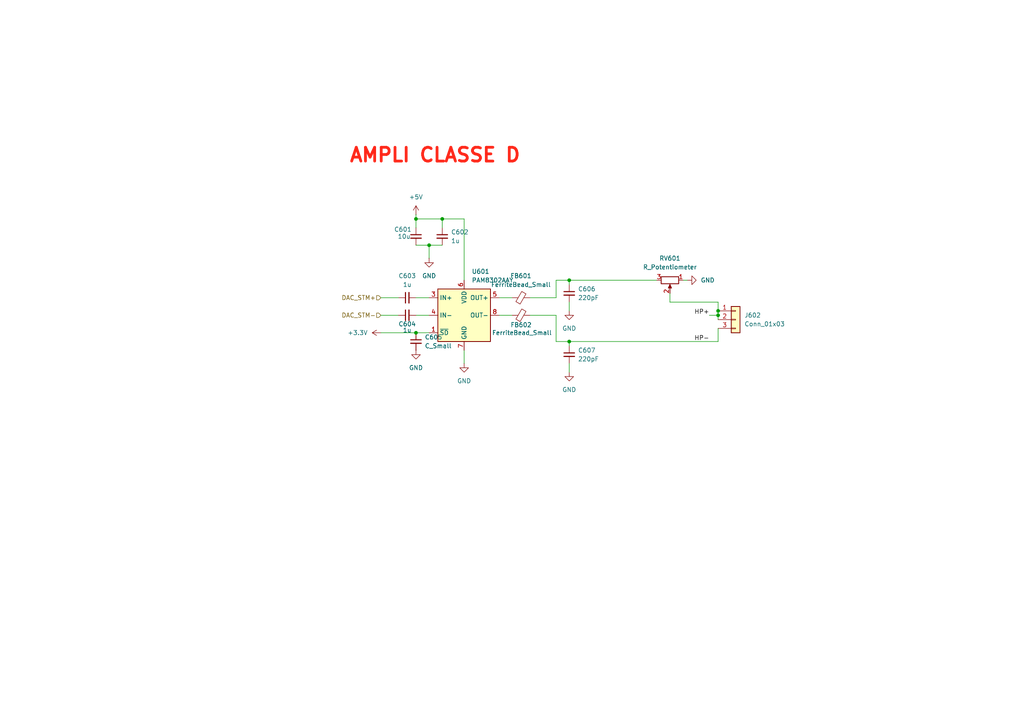
<source format=kicad_sch>
(kicad_sch (version 20231120) (generator "eeschema") (generator_version "8.0")
  (paper "A4")
  (lib_symbols
    (symbol "Amplifier_Audio:PAM8302AAY"
      (property "Reference" "U" (at 7.62 11.43 0))
      (property "Value" "PAM8302AAY" (at 7.62 8.89 0))
      (symbol "PAM8302AAY_0_1"
        (rectangle (start -7.62 7.62) (end 7.62 -7.62) (stroke (width 0.254)) (fill (type background)))
      )
      (symbol "PAM8302AAY_1_1"
        (pin input line (at -10.16 -5.08 0) (length 2.54) (name "~{SD}") (number "1"))
        (pin no_connect line (at 7.62 -5.08 180) (length 2.54) hide (name "NC") (number "2"))
        (pin input line (at -10.16 5.08 0) (length 2.54) (name "IN+") (number "3"))
        (pin input line (at -10.16 0 0) (length 2.54) (name "IN-") (number "4"))
        (pin output line (at 10.16 5.08 180) (length 2.54) (name "OUT+") (number "5"))
        (pin power_in line (at 0 10.16 270) (length 2.54) (name "VDD") (number "6"))
        (pin power_in line (at 0 -10.16 90) (length 2.54) (name "GND") (number "7"))
        (pin output line (at 10.16 0 180) (length 2.54) (name "OUT-") (number "8"))
      )
    )
    (symbol "Connector_Generic:Conn_01x03" (pin_names (offset 1.016) hide)
      (property "Reference" "J" (at 0 5.08 0))
      (property "Value" "Conn_01x03" (at 0 -5.08 0))
      (symbol "Conn_01x03_1_1"
        (rectangle (start -1.27 -2.413) (end 0 -2.667) (stroke (width 0.1524)))
        (rectangle (start -1.27 0.127) (end 0 -0.127) (stroke (width 0.1524)))
        (rectangle (start -1.27 2.667) (end 0 2.413) (stroke (width 0.1524)))
        (rectangle (start -1.27 3.81) (end 1.27 -3.81) (stroke (width 0.254)) (fill (type background)))
        (pin passive line (at -5.08 2.54 0) (length 3.81) (name "Pin_1") (number "1"))
        (pin passive line (at -5.08 0 0) (length 3.81) (name "Pin_2") (number "2"))
        (pin passive line (at -5.08 -2.54 0) (length 3.81) (name "Pin_3") (number "3"))
      )
    )
    (symbol "Device:C_Small" (pin_numbers hide) (pin_names (offset 0.254) hide)
      (property "Reference" "C" (at 0.254 1.778 0))
      (property "Value" "C_Small" (at 0.254 -2.032 0))
      (symbol "C_Small_0_1"
        (polyline (pts (xy -1.524 -0.508) (xy 1.524 -0.508)) (stroke (width 0.3302)))
        (polyline (pts (xy -1.524 0.508) (xy 1.524 0.508)) (stroke (width 0.3048)))
      )
      (symbol "C_Small_1_1"
        (pin passive line (at 0 2.54 270) (length 2.032) (name "~") (number "1"))
        (pin passive line (at 0 -2.54 90) (length 2.032) (name "~") (number "2"))
      )
    )
    (symbol "Device:FerriteBead_Small" (pin_numbers hide) (pin_names (offset 0))
      (property "Reference" "FB" (at 1.905 1.27 0))
      (property "Value" "FerriteBead_Small" (at 1.905 -1.27 0))
      (symbol "FerriteBead_Small_0_1"
        (polyline (pts (xy 0 -1.27) (xy 0 -0.7874)))
        (polyline (pts (xy 0 0.889) (xy 0 1.2954)))
        (polyline (pts (xy -1.8288 0.2794) (xy -1.1176 1.4986) (xy 1.8288 -0.2032) (xy 1.1176 -1.4224) (xy -1.8288 0.2794)))
      )
      (symbol "FerriteBead_Small_1_1"
        (pin passive line (at 0 2.54 270) (length 1.27) (name "~") (number "1"))
        (pin passive line (at 0 -2.54 90) (length 1.27) (name "~") (number "2"))
      )
    )
    (symbol "Device:R_Potentiometer" (pin_names (offset 1.016) hide)
      (property "Reference" "RV" (at -4.445 0 90))
      (property "Value" "R_Potentiometer" (at -2.54 0 90))
      (symbol "R_Potentiometer_0_1"
        (polyline (pts (xy 2.54 0) (xy 1.524 0)))
        (polyline (pts (xy 1.143 0) (xy 2.286 0.508) (xy 2.286 -0.508) (xy 1.143 0)) (fill (type outline)))
        (rectangle (start 1.016 2.54) (end -1.016 -2.54) (stroke (width 0.254)))
      )
      (symbol "R_Potentiometer_1_1"
        (pin passive line (at 0 3.81 270) (length 1.27) (name "1") (number "1"))
        (pin passive line (at 3.81 0 180) (length 1.27) (name "2") (number "2"))
        (pin passive line (at 0 -3.81 90) (length 1.27) (name "3") (number "3"))
      )
    )
    (symbol "power:+3.3V" (power) (pin_numbers hide) (pin_names (offset 0) hide)
      (property "Value" "+3.3V" (at 0 3.556 0))
      (symbol "+3.3V_0_1"
        (polyline (pts (xy -0.762 1.27) (xy 0 2.54)))
        (polyline (pts (xy 0 0) (xy 0 2.54)))
        (polyline (pts (xy 0 2.54) (xy 0.762 1.27)))
      )
      (symbol "+3.3V_1_1"
        (pin power_in line (at 0 0 90) (length 0) (name "~") (number "1"))
      )
    )
    (symbol "power:+5V" (power) (pin_numbers hide) (pin_names (offset 0) hide)
      (property "Value" "+5V" (at 0 3.556 0))
      (symbol "+5V_0_1"
        (polyline (pts (xy -0.762 1.27) (xy 0 2.54)))
        (polyline (pts (xy 0 0) (xy 0 2.54)))
        (polyline (pts (xy 0 2.54) (xy 0.762 1.27)))
      )
      (symbol "+5V_1_1"
        (pin power_in line (at 0 0 90) (length 0) (name "~") (number "1"))
      )
    )
    (symbol "power:GND" (power) (pin_numbers hide) (pin_names (offset 0) hide)
      (property "Value" "GND" (at 0 -3.81 0))
      (symbol "GND_0_1"
        (polyline (pts (xy 0 0) (xy 0 -1.27) (xy 1.27 -1.27) (xy 0 -2.54) (xy -1.27 -1.27) (xy 0 -1.27)))
      )
      (symbol "GND_1_1"
        (pin power_in line (at 0 0 270) (length 0) (name "~") (number "1"))
      )
    )
  )
  (junction (at 124.46 71.12))
  (junction (at 208.28 91.44))
  (junction (at 165.1 81.28))
  (junction (at 120.65 63.5))
  (junction (at 208.28 90.17))
  (junction (at 165.1 99.06))
  (junction (at 120.65 96.52))
  (junction (at 128.27 63.5))
  (wire (pts (xy 120.65 91.44) (xy 124.46 91.44)))
  (wire (pts (xy 161.29 99.06) (xy 161.29 91.44)))
  (wire (pts (xy 194.31 87.63) (xy 208.28 87.63)))
  (wire (pts (xy 208.28 99.06) (xy 208.28 95.25)))
  (wire (pts (xy 165.1 87.63) (xy 165.1 90.17)))
  (wire (pts (xy 128.27 63.5) (xy 134.62 63.5)))
  (wire (pts (xy 110.49 91.44) (xy 115.57 91.44)))
  (wire (pts (xy 161.29 99.06) (xy 165.1 99.06)))
  (wire (pts (xy 194.31 85.09) (xy 194.31 87.63)))
  (wire (pts (xy 165.1 81.28) (xy 190.5 81.28)))
  (wire (pts (xy 144.78 86.36) (xy 148.59 86.36)))
  (wire (pts (xy 128.27 63.5) (xy 128.27 66.04)))
  (wire (pts (xy 120.65 63.5) (xy 120.65 66.04)))
  (wire (pts (xy 144.78 91.44) (xy 148.59 91.44)))
  (wire (pts (xy 165.1 99.06) (xy 165.1 100.33)))
  (wire (pts (xy 161.29 81.28) (xy 165.1 81.28)))
  (wire (pts (xy 165.1 105.41) (xy 165.1 107.95)))
  (wire (pts (xy 161.29 86.36) (xy 153.67 86.36)))
  (wire (pts (xy 120.65 63.5) (xy 128.27 63.5)))
  (wire (pts (xy 120.65 96.52) (xy 124.46 96.52)))
  (wire (pts (xy 165.1 81.28) (xy 165.1 82.55)))
  (wire (pts (xy 120.65 62.23) (xy 120.65 63.5)))
  (wire (pts (xy 110.49 96.52) (xy 120.65 96.52)))
  (wire (pts (xy 161.29 81.28) (xy 161.29 86.36)))
  (wire (pts (xy 208.28 91.44) (xy 208.28 92.71)))
  (wire (pts (xy 124.46 71.12) (xy 124.46 74.93)))
  (wire (pts (xy 120.65 71.12) (xy 124.46 71.12)))
  (wire (pts (xy 120.65 86.36) (xy 124.46 86.36)))
  (wire (pts (xy 199.39 81.28) (xy 198.12 81.28)))
  (wire (pts (xy 205.74 91.44) (xy 208.28 91.44)))
  (wire (pts (xy 208.28 87.63) (xy 208.28 90.17)))
  (wire (pts (xy 161.29 91.44) (xy 153.67 91.44)))
  (wire (pts (xy 134.62 63.5) (xy 134.62 81.28)))
  (wire (pts (xy 110.49 86.36) (xy 115.57 86.36)))
  (wire (pts (xy 124.46 71.12) (xy 128.27 71.12)))
  (wire (pts (xy 134.62 101.6) (xy 134.62 105.41)))
  (wire (pts (xy 208.28 90.17) (xy 208.28 91.44)))
  (wire (pts (xy 165.1 99.06) (xy 208.28 99.06)))
  (text "AMPLI CLASSE D\n" (at 101.092 47.498 0) (effects (font (size 4 4) (thickness 0.8) (bold yes)) (justify left bottom)))
  (label "HP+" (at 205.74 91.44 180))
  (label "HP-" (at 205.74 99.06 180))
  (hierarchical_label "DAC_STM+" (shape input) (at 110.49 86.36 180))
  (hierarchical_label "DAC_STM-" (shape input) (at 110.49 91.44 180))
  (symbol (lib_id "Device:C_Small") (at 118.11 86.36 90) (unit 1)
    (property "Reference" "C603" (at 118.1163 80.01 90))
    (property "Value" "1u" (at 118.1163 82.55 90))
    (property "Description" "Unpolarized capacitor, small symbol" (effects (hide yes)))
  )
  (symbol (lib_id "Device:C_Small") (at 165.1 102.87 0) (unit 1)
    (property "Reference" "C607" (at 167.64 101.6062 0) (effects (justify left)))
    (property "Value" "220pF" (at 167.64 104.1462 0) (effects (justify left)))
    (property "Description" "Unpolarized capacitor, small symbol" (effects (hide yes)))
  )
  (symbol (lib_id "Device:C_Small") (at 165.1 85.09 0) (unit 1)
    (property "Reference" "C606" (at 167.64 83.8262 0) (effects (justify left)))
    (property "Value" "220pF" (at 167.64 86.3662 0) (effects (justify left)))
    (property "Description" "Unpolarized capacitor, small symbol" (effects (hide yes)))
  )
  (symbol (lib_id "Device:C_Small") (at 128.27 68.58 0) (unit 1)
    (property "Reference" "C602" (at 130.81 67.3162 0) (effects (justify left)))
    (property "Value" "1u" (at 130.81 69.8562 0) (effects (justify left)))
    (property "Description" "Unpolarized capacitor, small symbol" (effects (hide yes)))
  )
  (symbol (lib_id "power:GND") (at 134.62 105.41 0) (unit 1)
    (property "Reference" "#PWR0603" (effects (hide yes)))
    (property "Value" "GND" (at 134.62 110.49 0))
    (property "Description" "Power symbol creates a global label with name \"GND\" , ground" (effects (hide yes)))
  )
  (symbol (lib_id "power:+3.3V") (at 110.49 96.52 90) (unit 1)
    (property "Reference" "#PWR0604" (effects (hide yes)))
    (property "Value" "+3.3V" (at 106.68 96.5199 90) (effects (justify left)))
    (property "Description" "Power symbol creates a global label with name \"+3.3V\"" (effects (hide yes)))
  )
  (symbol (lib_id "Connector_Generic:Conn_01x03") (at 213.36 92.71 0) (unit 1)
    (property "Reference" "J602" (at 215.9 91.4399 0) (effects (justify left)))
    (property "Value" "Conn_01x03" (at 215.9 93.9799 0) (effects (justify left)))
    (property "Description" "Generic connector, single row, 01x03, script generated (kicad-library-utils/schlib/autogen/connector/)" (effects (hide yes)))
  )
  (symbol (lib_id "power:+5V") (at 120.65 62.23 0) (unit 1)
    (property "Reference" "#PWR0601" (effects (hide yes)))
    (property "Value" "+5V" (at 120.65 57.15 0))
    (property "Description" "Power symbol creates a global label with name \"+5V\"" (effects (hide yes)))
  )
  (symbol (lib_id "Amplifier_Audio:PAM8302AAY") (at 134.62 91.44 0) (unit 1)
    (property "Reference" "U601" (at 136.8141 78.74 0) (effects (justify left)))
    (property "Value" "PAM8302AAY" (at 136.8141 81.28 0) (effects (justify left)))
    (property "Footprint" "Package_DFN_QFN:DFN-8-1EP_3x3mm_P0.65mm_EP1.55x2.4mm" (effects (hide yes)))
    (property "Datasheet" "https://www.diodes.com/assets/Datasheets/PAM8302A.pdf" (effects (hide yes)))
    (property "Description" "2.5W Filterless Class-D Mono Audio Amplifier, DFN-8" (effects (hide yes)))
  )
  (symbol (lib_id "Device:R_Potentiometer") (at 194.31 81.28 270) (unit 1)
    (property "Reference" "RV601" (at 194.31 74.93 90))
    (property "Value" "R_Potentiometer" (at 194.31 77.47 90))
    (property "Description" "Potentiometer" (effects (hide yes)))
  )
  (symbol (lib_id "power:GND") (at 120.65 101.6 0) (unit 1)
    (property "Reference" "#PWR0605" (effects (hide yes)))
    (property "Value" "GND" (at 120.65 106.68 0))
    (property "Description" "Power symbol creates a global label with name \"GND\" , ground" (effects (hide yes)))
  )
  (symbol (lib_id "power:GND") (at 199.39 81.28 90) (unit 1)
    (property "Reference" "#PWR0608" (effects (hide yes)))
    (property "Value" "GND" (at 203.2 81.2799 90) (effects (justify right)))
    (property "Description" "Power symbol creates a global label with name \"GND\" , ground" (effects (hide yes)))
  )
  (symbol (lib_id "power:GND") (at 165.1 107.95 0) (unit 1)
    (property "Reference" "#PWR0606" (effects (hide yes)))
    (property "Value" "GND" (at 165.1 113.03 0))
    (property "Description" "Power symbol creates a global label with name \"GND\" , ground" (effects (hide yes)))
  )
  (symbol (lib_id "Device:C_Small") (at 118.11 91.44 90) (unit 1)
    (property "Reference" "C604" (at 118.11 93.98 90))
    (property "Value" "1u" (at 118.11 95.758 90))
    (property "Description" "Unpolarized capacitor, small symbol" (effects (hide yes)))
  )
  (symbol (lib_id "Device:FerriteBead_Small") (at 151.13 86.36 90) (unit 1)
    (property "Reference" "FB601" (at 151.0919 80.01 90))
    (property "Value" "FerriteBead_Small" (at 151.0919 82.55 90))
    (property "Description" "Ferrite bead, small symbol" (effects (hide yes)))
  )
  (symbol (lib_id "power:GND") (at 165.1 90.17 0) (unit 1)
    (property "Reference" "#PWR0607" (effects (hide yes)))
    (property "Value" "GND" (at 165.1 95.25 0))
    (property "Description" "Power symbol creates a global label with name \"GND\" , ground" (effects (hide yes)))
  )
  (symbol (lib_id "power:GND") (at 124.46 74.93 0) (unit 1)
    (property "Reference" "#PWR0602" (effects (hide yes)))
    (property "Value" "GND" (at 124.46 80.01 0))
    (property "Description" "Power symbol creates a global label with name \"GND\" , ground" (effects (hide yes)))
  )
  (symbol (lib_id "Device:C_Small") (at 120.65 68.58 0) (unit 1)
    (property "Reference" "C601" (at 114.3 66.548 0) (effects (justify left)))
    (property "Value" "10u" (at 115.316 68.58 0) (effects (justify left)))
    (property "Description" "Unpolarized capacitor, small symbol" (effects (hide yes)))
  )
  (symbol (lib_id "Device:C_Small") (at 120.65 99.06 0) (unit 1)
    (property "Reference" "C605" (at 123.19 97.7962 0) (effects (justify left)))
    (property "Value" "C_Small" (at 123.19 100.3362 0) (effects (justify left)))
    (property "Description" "Unpolarized capacitor, small symbol" (effects (hide yes)))
  )
  (symbol (lib_id "Device:FerriteBead_Small") (at 151.13 91.44 90) (unit 1)
    (property "Reference" "FB602" (at 151.13 94.234 90))
    (property "Value" "FerriteBead_Small" (at 151.384 96.52 90))
    (property "Description" "Ferrite bead, small symbol" (effects (hide yes)))
  )
)
</source>
